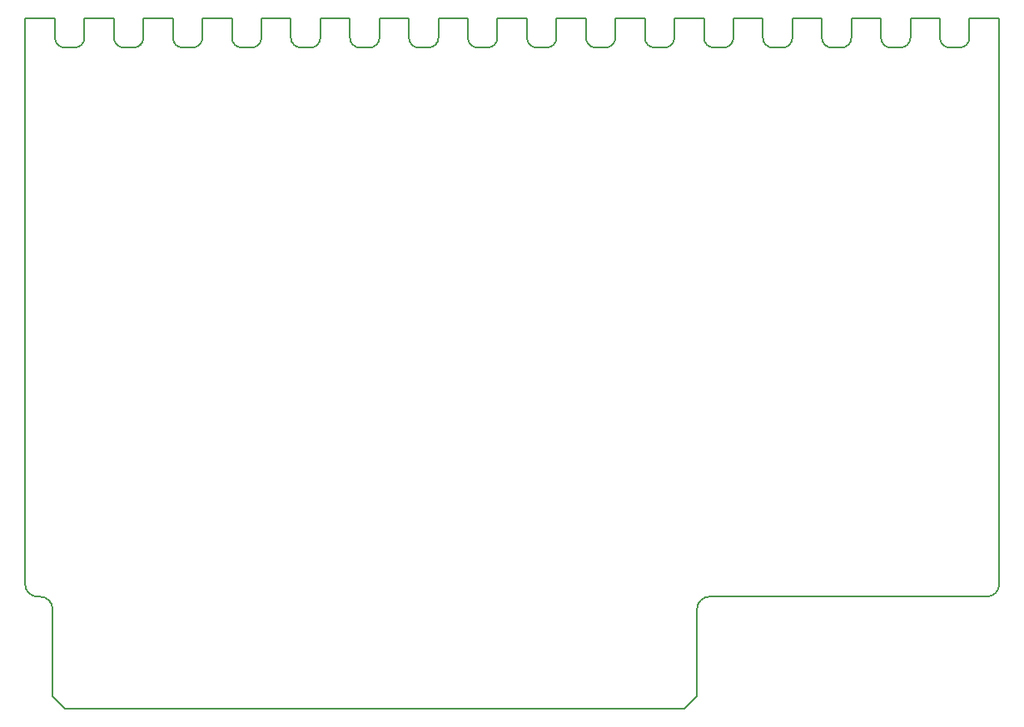
<source format=gm1>
G04 #@! TF.GenerationSoftware,KiCad,Pcbnew,(5.1.12)-1*
G04 #@! TF.CreationDate,2024-01-30T16:17:30+00:00*
G04 #@! TF.ProjectId,CPCIO,43504349-4f2e-46b6-9963-61645f706362,rev?*
G04 #@! TF.SameCoordinates,Original*
G04 #@! TF.FileFunction,Profile,NP*
%FSLAX46Y46*%
G04 Gerber Fmt 4.6, Leading zero omitted, Abs format (unit mm)*
G04 Created by KiCad (PCBNEW (5.1.12)-1) date 2024-01-30 16:17:30*
%MOMM*%
%LPD*%
G01*
G04 APERTURE LIST*
G04 #@! TA.AperFunction,Profile*
%ADD10C,0.150000*%
G04 #@! TD*
G04 APERTURE END LIST*
D10*
X157700000Y-103500000D02*
G75*
G02*
X156700000Y-102500000I0J1000000D01*
G01*
X248700000Y-103500000D02*
X247700000Y-103500000D01*
X243700000Y-100500000D02*
X243700000Y-102500000D01*
X153670000Y-100500000D02*
X156700000Y-100500000D01*
X236700000Y-103500000D02*
X235700000Y-103500000D01*
X175700000Y-103500000D02*
G75*
G02*
X174700000Y-102500000I0J1000000D01*
G01*
X171700000Y-100500000D02*
X171700000Y-102500000D01*
X165700000Y-102500000D02*
G75*
G02*
X164700000Y-103500000I-1000000J0D01*
G01*
X168700000Y-100500000D02*
X165700000Y-100500000D01*
X169700000Y-103500000D02*
G75*
G02*
X168700000Y-102500000I0J1000000D01*
G01*
X216700000Y-102500000D02*
X216700000Y-100500000D01*
X246700000Y-102500000D02*
X246700000Y-100500000D01*
X163700000Y-103500000D02*
G75*
G02*
X162700000Y-102500000I0J1000000D01*
G01*
X240700000Y-100500000D02*
X237700000Y-100500000D01*
X246700000Y-100500000D02*
X243700000Y-100500000D01*
X174700000Y-102500000D02*
X174700000Y-100500000D01*
X170700000Y-103500000D02*
X169700000Y-103500000D01*
X158700000Y-103500000D02*
X157700000Y-103500000D01*
X240700000Y-102500000D02*
X240700000Y-100500000D01*
X171700000Y-102500000D02*
G75*
G02*
X170700000Y-103500000I-1000000J0D01*
G01*
X176700000Y-103500000D02*
X175700000Y-103500000D01*
X156700000Y-100500000D02*
X156700000Y-102500000D01*
X252730000Y-100500000D02*
X249700000Y-100500000D01*
X168700000Y-102500000D02*
X168700000Y-100500000D01*
X165700000Y-100500000D02*
X165700000Y-102500000D01*
X174700000Y-100500000D02*
X171700000Y-100500000D01*
X225700000Y-100500000D02*
X225700000Y-102500000D01*
X249700000Y-100500000D02*
X249700000Y-102500000D01*
X164700000Y-103500000D02*
X163700000Y-103500000D01*
X162700000Y-102500000D02*
X162700000Y-100500000D01*
X162700000Y-100500000D02*
X159700000Y-100500000D01*
X159700000Y-100500000D02*
X159700000Y-102500000D01*
X159700000Y-102500000D02*
G75*
G02*
X158700000Y-103500000I-1000000J0D01*
G01*
X194700000Y-103500000D02*
X193700000Y-103500000D01*
X235700000Y-103500000D02*
G75*
G02*
X234700000Y-102500000I0J1000000D01*
G01*
X183700000Y-102500000D02*
G75*
G02*
X182700000Y-103500000I-1000000J0D01*
G01*
X223700000Y-103500000D02*
G75*
G02*
X222700000Y-102500000I0J1000000D01*
G01*
X206700000Y-103500000D02*
X205700000Y-103500000D01*
X249700000Y-102500000D02*
G75*
G02*
X248700000Y-103500000I-1000000J0D01*
G01*
X228700000Y-100500000D02*
X225700000Y-100500000D01*
X242700000Y-103500000D02*
X241700000Y-103500000D01*
X192700000Y-102500000D02*
X192700000Y-100500000D01*
X188700000Y-103500000D02*
X187700000Y-103500000D01*
X195700000Y-100500000D02*
X195700000Y-102500000D01*
X234700000Y-100500000D02*
X231700000Y-100500000D01*
X201700000Y-100500000D02*
X201700000Y-102500000D01*
X182700000Y-103500000D02*
X181700000Y-103500000D01*
X230700000Y-103500000D02*
X229700000Y-103500000D01*
X204700000Y-102500000D02*
X204700000Y-100500000D01*
X217700000Y-103500000D02*
G75*
G02*
X216700000Y-102500000I0J1000000D01*
G01*
X241700000Y-103500000D02*
G75*
G02*
X240700000Y-102500000I0J1000000D01*
G01*
X181700000Y-103500000D02*
G75*
G02*
X180700000Y-102500000I0J1000000D01*
G01*
X218700000Y-103500000D02*
X217700000Y-103500000D01*
X200700000Y-103500000D02*
X199700000Y-103500000D01*
X198700000Y-100500000D02*
X195700000Y-100500000D01*
X180700000Y-100500000D02*
X177700000Y-100500000D01*
X187700000Y-103500000D02*
G75*
G02*
X186700000Y-102500000I0J1000000D01*
G01*
X213700000Y-102500000D02*
G75*
G02*
X212700000Y-103500000I-1000000J0D01*
G01*
X183700000Y-100500000D02*
X183700000Y-102500000D01*
X247700000Y-103500000D02*
G75*
G02*
X246700000Y-102500000I0J1000000D01*
G01*
X207700000Y-100500000D02*
X207700000Y-102500000D01*
X228700000Y-102500000D02*
X228700000Y-100500000D01*
X237700000Y-102500000D02*
G75*
G02*
X236700000Y-103500000I-1000000J0D01*
G01*
X243700000Y-102500000D02*
G75*
G02*
X242700000Y-103500000I-1000000J0D01*
G01*
X177700000Y-102500000D02*
G75*
G02*
X176700000Y-103500000I-1000000J0D01*
G01*
X192700000Y-100500000D02*
X189700000Y-100500000D01*
X186700000Y-100500000D02*
X183700000Y-100500000D01*
X186700000Y-102500000D02*
X186700000Y-100500000D01*
X224700000Y-103500000D02*
X223700000Y-103500000D01*
X189700000Y-100500000D02*
X189700000Y-102500000D01*
X216700000Y-100500000D02*
X213700000Y-100500000D01*
X231700000Y-100500000D02*
X231700000Y-102500000D01*
X201700000Y-102500000D02*
G75*
G02*
X200700000Y-103500000I-1000000J0D01*
G01*
X189700000Y-102500000D02*
G75*
G02*
X188700000Y-103500000I-1000000J0D01*
G01*
X225700000Y-102500000D02*
G75*
G02*
X224700000Y-103500000I-1000000J0D01*
G01*
X195700000Y-102500000D02*
G75*
G02*
X194700000Y-103500000I-1000000J0D01*
G01*
X177700000Y-100500000D02*
X177700000Y-102500000D01*
X180700000Y-102500000D02*
X180700000Y-100500000D01*
X219700000Y-100500000D02*
X219700000Y-102500000D01*
X212700000Y-103500000D02*
X211700000Y-103500000D01*
X231700000Y-102500000D02*
G75*
G02*
X230700000Y-103500000I-1000000J0D01*
G01*
X219700000Y-102500000D02*
G75*
G02*
X218700000Y-103500000I-1000000J0D01*
G01*
X234700000Y-102500000D02*
X234700000Y-100500000D01*
X198700000Y-102500000D02*
X198700000Y-100500000D01*
X213700000Y-100500000D02*
X213700000Y-102500000D01*
X199700000Y-103500000D02*
G75*
G02*
X198700000Y-102500000I0J1000000D01*
G01*
X229700000Y-103500000D02*
G75*
G02*
X228700000Y-102500000I0J1000000D01*
G01*
X204700000Y-100500000D02*
X201700000Y-100500000D01*
X210700000Y-102500000D02*
X210700000Y-100500000D01*
X222700000Y-102500000D02*
X222700000Y-100500000D01*
X237700000Y-100500000D02*
X237700000Y-102500000D01*
X211700000Y-103500000D02*
G75*
G02*
X210700000Y-102500000I0J1000000D01*
G01*
X205700000Y-103500000D02*
G75*
G02*
X204700000Y-102500000I0J1000000D01*
G01*
X207700000Y-102500000D02*
G75*
G02*
X206700000Y-103500000I-1000000J0D01*
G01*
X210700000Y-100500000D02*
X207700000Y-100500000D01*
X193700000Y-103500000D02*
G75*
G02*
X192700000Y-102500000I0J1000000D01*
G01*
X222700000Y-100500000D02*
X219700000Y-100500000D01*
X223266000Y-159385000D02*
X223520000Y-159385000D01*
X155194000Y-159385000D02*
X154940000Y-159385000D01*
X252730000Y-158115000D02*
G75*
G02*
X251460000Y-159385000I-1270000J0D01*
G01*
X223520000Y-159385000D02*
X251460000Y-159385000D01*
X221996000Y-169545000D02*
X220726000Y-170815000D01*
X221996000Y-160655000D02*
X221996000Y-169545000D01*
X221996000Y-160655000D02*
G75*
G02*
X223266000Y-159385000I1270000J0D01*
G01*
X156464000Y-169545000D02*
X157734000Y-170815000D01*
X156464000Y-160655000D02*
X156464000Y-169545000D01*
X155194000Y-159385000D02*
G75*
G02*
X156464000Y-160655000I0J-1270000D01*
G01*
X154940000Y-159385000D02*
G75*
G02*
X153670000Y-158115000I0J1270000D01*
G01*
X252730000Y-100500000D02*
X252730000Y-158115000D01*
X153670000Y-100500000D02*
X153670000Y-158115000D01*
X157734000Y-170815000D02*
X220726000Y-170815000D01*
M02*

</source>
